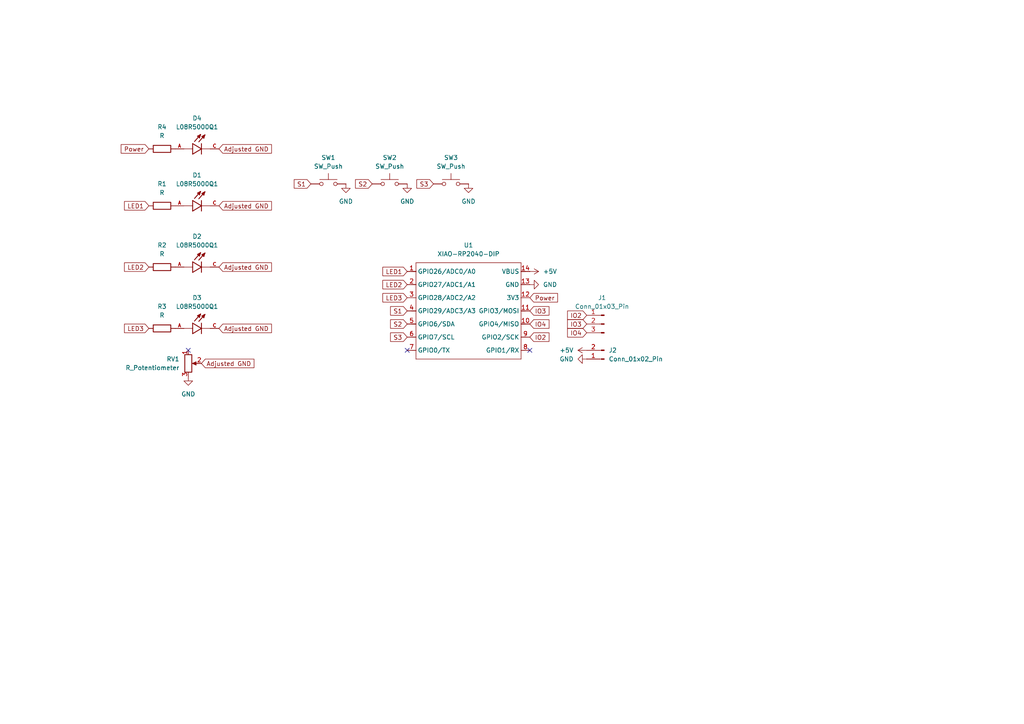
<source format=kicad_sch>
(kicad_sch
	(version 20250114)
	(generator "eeschema")
	(generator_version "9.0")
	(uuid "a50e4db1-0b88-4af6-8120-f0e5d0863483")
	(paper "A4")
	(lib_symbols
		(symbol "Connector:Conn_01x02_Pin"
			(pin_names
				(offset 1.016)
				(hide yes)
			)
			(exclude_from_sim no)
			(in_bom yes)
			(on_board yes)
			(property "Reference" "J"
				(at 0 2.54 0)
				(effects
					(font
						(size 1.27 1.27)
					)
				)
			)
			(property "Value" "Conn_01x02_Pin"
				(at 0 -5.08 0)
				(effects
					(font
						(size 1.27 1.27)
					)
				)
			)
			(property "Footprint" ""
				(at 0 0 0)
				(effects
					(font
						(size 1.27 1.27)
					)
					(hide yes)
				)
			)
			(property "Datasheet" "~"
				(at 0 0 0)
				(effects
					(font
						(size 1.27 1.27)
					)
					(hide yes)
				)
			)
			(property "Description" "Generic connector, single row, 01x02, script generated"
				(at 0 0 0)
				(effects
					(font
						(size 1.27 1.27)
					)
					(hide yes)
				)
			)
			(property "ki_locked" ""
				(at 0 0 0)
				(effects
					(font
						(size 1.27 1.27)
					)
				)
			)
			(property "ki_keywords" "connector"
				(at 0 0 0)
				(effects
					(font
						(size 1.27 1.27)
					)
					(hide yes)
				)
			)
			(property "ki_fp_filters" "Connector*:*_1x??_*"
				(at 0 0 0)
				(effects
					(font
						(size 1.27 1.27)
					)
					(hide yes)
				)
			)
			(symbol "Conn_01x02_Pin_1_1"
				(rectangle
					(start 0.8636 0.127)
					(end 0 -0.127)
					(stroke
						(width 0.1524)
						(type default)
					)
					(fill
						(type outline)
					)
				)
				(rectangle
					(start 0.8636 -2.413)
					(end 0 -2.667)
					(stroke
						(width 0.1524)
						(type default)
					)
					(fill
						(type outline)
					)
				)
				(polyline
					(pts
						(xy 1.27 0) (xy 0.8636 0)
					)
					(stroke
						(width 0.1524)
						(type default)
					)
					(fill
						(type none)
					)
				)
				(polyline
					(pts
						(xy 1.27 -2.54) (xy 0.8636 -2.54)
					)
					(stroke
						(width 0.1524)
						(type default)
					)
					(fill
						(type none)
					)
				)
				(pin passive line
					(at 5.08 0 180)
					(length 3.81)
					(name "Pin_1"
						(effects
							(font
								(size 1.27 1.27)
							)
						)
					)
					(number "1"
						(effects
							(font
								(size 1.27 1.27)
							)
						)
					)
				)
				(pin passive line
					(at 5.08 -2.54 180)
					(length 3.81)
					(name "Pin_2"
						(effects
							(font
								(size 1.27 1.27)
							)
						)
					)
					(number "2"
						(effects
							(font
								(size 1.27 1.27)
							)
						)
					)
				)
			)
			(embedded_fonts no)
		)
		(symbol "Connector:Conn_01x03_Pin"
			(pin_names
				(offset 1.016)
				(hide yes)
			)
			(exclude_from_sim no)
			(in_bom yes)
			(on_board yes)
			(property "Reference" "J"
				(at 0 5.08 0)
				(effects
					(font
						(size 1.27 1.27)
					)
				)
			)
			(property "Value" "Conn_01x03_Pin"
				(at 0 -5.08 0)
				(effects
					(font
						(size 1.27 1.27)
					)
				)
			)
			(property "Footprint" ""
				(at 0 0 0)
				(effects
					(font
						(size 1.27 1.27)
					)
					(hide yes)
				)
			)
			(property "Datasheet" "~"
				(at 0 0 0)
				(effects
					(font
						(size 1.27 1.27)
					)
					(hide yes)
				)
			)
			(property "Description" "Generic connector, single row, 01x03, script generated"
				(at 0 0 0)
				(effects
					(font
						(size 1.27 1.27)
					)
					(hide yes)
				)
			)
			(property "ki_locked" ""
				(at 0 0 0)
				(effects
					(font
						(size 1.27 1.27)
					)
				)
			)
			(property "ki_keywords" "connector"
				(at 0 0 0)
				(effects
					(font
						(size 1.27 1.27)
					)
					(hide yes)
				)
			)
			(property "ki_fp_filters" "Connector*:*_1x??_*"
				(at 0 0 0)
				(effects
					(font
						(size 1.27 1.27)
					)
					(hide yes)
				)
			)
			(symbol "Conn_01x03_Pin_1_1"
				(rectangle
					(start 0.8636 2.667)
					(end 0 2.413)
					(stroke
						(width 0.1524)
						(type default)
					)
					(fill
						(type outline)
					)
				)
				(rectangle
					(start 0.8636 0.127)
					(end 0 -0.127)
					(stroke
						(width 0.1524)
						(type default)
					)
					(fill
						(type outline)
					)
				)
				(rectangle
					(start 0.8636 -2.413)
					(end 0 -2.667)
					(stroke
						(width 0.1524)
						(type default)
					)
					(fill
						(type outline)
					)
				)
				(polyline
					(pts
						(xy 1.27 2.54) (xy 0.8636 2.54)
					)
					(stroke
						(width 0.1524)
						(type default)
					)
					(fill
						(type none)
					)
				)
				(polyline
					(pts
						(xy 1.27 0) (xy 0.8636 0)
					)
					(stroke
						(width 0.1524)
						(type default)
					)
					(fill
						(type none)
					)
				)
				(polyline
					(pts
						(xy 1.27 -2.54) (xy 0.8636 -2.54)
					)
					(stroke
						(width 0.1524)
						(type default)
					)
					(fill
						(type none)
					)
				)
				(pin passive line
					(at 5.08 2.54 180)
					(length 3.81)
					(name "Pin_1"
						(effects
							(font
								(size 1.27 1.27)
							)
						)
					)
					(number "1"
						(effects
							(font
								(size 1.27 1.27)
							)
						)
					)
				)
				(pin passive line
					(at 5.08 0 180)
					(length 3.81)
					(name "Pin_2"
						(effects
							(font
								(size 1.27 1.27)
							)
						)
					)
					(number "2"
						(effects
							(font
								(size 1.27 1.27)
							)
						)
					)
				)
				(pin passive line
					(at 5.08 -2.54 180)
					(length 3.81)
					(name "Pin_3"
						(effects
							(font
								(size 1.27 1.27)
							)
						)
					)
					(number "3"
						(effects
							(font
								(size 1.27 1.27)
							)
						)
					)
				)
			)
			(embedded_fonts no)
		)
		(symbol "Device:R"
			(pin_numbers
				(hide yes)
			)
			(pin_names
				(offset 0)
			)
			(exclude_from_sim no)
			(in_bom yes)
			(on_board yes)
			(property "Reference" "R"
				(at 2.032 0 90)
				(effects
					(font
						(size 1.27 1.27)
					)
				)
			)
			(property "Value" "R"
				(at 0 0 90)
				(effects
					(font
						(size 1.27 1.27)
					)
				)
			)
			(property "Footprint" ""
				(at -1.778 0 90)
				(effects
					(font
						(size 1.27 1.27)
					)
					(hide yes)
				)
			)
			(property "Datasheet" "~"
				(at 0 0 0)
				(effects
					(font
						(size 1.27 1.27)
					)
					(hide yes)
				)
			)
			(property "Description" "Resistor"
				(at 0 0 0)
				(effects
					(font
						(size 1.27 1.27)
					)
					(hide yes)
				)
			)
			(property "ki_keywords" "R res resistor"
				(at 0 0 0)
				(effects
					(font
						(size 1.27 1.27)
					)
					(hide yes)
				)
			)
			(property "ki_fp_filters" "R_*"
				(at 0 0 0)
				(effects
					(font
						(size 1.27 1.27)
					)
					(hide yes)
				)
			)
			(symbol "R_0_1"
				(rectangle
					(start -1.016 -2.54)
					(end 1.016 2.54)
					(stroke
						(width 0.254)
						(type default)
					)
					(fill
						(type none)
					)
				)
			)
			(symbol "R_1_1"
				(pin passive line
					(at 0 3.81 270)
					(length 1.27)
					(name "~"
						(effects
							(font
								(size 1.27 1.27)
							)
						)
					)
					(number "1"
						(effects
							(font
								(size 1.27 1.27)
							)
						)
					)
				)
				(pin passive line
					(at 0 -3.81 90)
					(length 1.27)
					(name "~"
						(effects
							(font
								(size 1.27 1.27)
							)
						)
					)
					(number "2"
						(effects
							(font
								(size 1.27 1.27)
							)
						)
					)
				)
			)
			(embedded_fonts no)
		)
		(symbol "Device:R_Potentiometer"
			(pin_names
				(offset 1.016)
				(hide yes)
			)
			(exclude_from_sim no)
			(in_bom yes)
			(on_board yes)
			(property "Reference" "RV"
				(at -4.445 0 90)
				(effects
					(font
						(size 1.27 1.27)
					)
				)
			)
			(property "Value" "R_Potentiometer"
				(at -2.54 0 90)
				(effects
					(font
						(size 1.27 1.27)
					)
				)
			)
			(property "Footprint" ""
				(at 0 0 0)
				(effects
					(font
						(size 1.27 1.27)
					)
					(hide yes)
				)
			)
			(property "Datasheet" "~"
				(at 0 0 0)
				(effects
					(font
						(size 1.27 1.27)
					)
					(hide yes)
				)
			)
			(property "Description" "Potentiometer"
				(at 0 0 0)
				(effects
					(font
						(size 1.27 1.27)
					)
					(hide yes)
				)
			)
			(property "ki_keywords" "resistor variable"
				(at 0 0 0)
				(effects
					(font
						(size 1.27 1.27)
					)
					(hide yes)
				)
			)
			(property "ki_fp_filters" "Potentiometer*"
				(at 0 0 0)
				(effects
					(font
						(size 1.27 1.27)
					)
					(hide yes)
				)
			)
			(symbol "R_Potentiometer_0_1"
				(rectangle
					(start 1.016 2.54)
					(end -1.016 -2.54)
					(stroke
						(width 0.254)
						(type default)
					)
					(fill
						(type none)
					)
				)
				(polyline
					(pts
						(xy 1.143 0) (xy 2.286 0.508) (xy 2.286 -0.508) (xy 1.143 0)
					)
					(stroke
						(width 0)
						(type default)
					)
					(fill
						(type outline)
					)
				)
				(polyline
					(pts
						(xy 2.54 0) (xy 1.524 0)
					)
					(stroke
						(width 0)
						(type default)
					)
					(fill
						(type none)
					)
				)
			)
			(symbol "R_Potentiometer_1_1"
				(pin passive line
					(at 0 3.81 270)
					(length 1.27)
					(name "1"
						(effects
							(font
								(size 1.27 1.27)
							)
						)
					)
					(number "1"
						(effects
							(font
								(size 1.27 1.27)
							)
						)
					)
				)
				(pin passive line
					(at 0 -3.81 90)
					(length 1.27)
					(name "3"
						(effects
							(font
								(size 1.27 1.27)
							)
						)
					)
					(number "3"
						(effects
							(font
								(size 1.27 1.27)
							)
						)
					)
				)
				(pin passive line
					(at 3.81 0 180)
					(length 1.27)
					(name "2"
						(effects
							(font
								(size 1.27 1.27)
							)
						)
					)
					(number "2"
						(effects
							(font
								(size 1.27 1.27)
							)
						)
					)
				)
			)
			(embedded_fonts no)
		)
		(symbol "L08R5000Q1:L08R5000Q1"
			(pin_names
				(offset 1.016)
			)
			(exclude_from_sim no)
			(in_bom yes)
			(on_board yes)
			(property "Reference" "D"
				(at -3.0988 4.4958 0)
				(effects
					(font
						(size 1.27 1.27)
					)
					(justify left bottom)
				)
			)
			(property "Value" "L08R5000Q1"
				(at -3.556 -3.302 0)
				(effects
					(font
						(size 1.27 1.27)
					)
					(justify left bottom)
				)
			)
			(property "Footprint" "L08R5000Q1:LEDRD254W57D500H1070"
				(at 0 0 0)
				(effects
					(font
						(size 1.27 1.27)
					)
					(justify bottom)
					(hide yes)
				)
			)
			(property "Datasheet" ""
				(at 0 0 0)
				(effects
					(font
						(size 1.27 1.27)
					)
					(hide yes)
				)
			)
			(property "Description" ""
				(at 0 0 0)
				(effects
					(font
						(size 1.27 1.27)
					)
					(hide yes)
				)
			)
			(property "MF" "LED Technology"
				(at 0 0 0)
				(effects
					(font
						(size 1.27 1.27)
					)
					(justify bottom)
					(hide yes)
				)
			)
			(property "MAXIMUM_PACKAGE_HEIGHT" "10.7mm"
				(at 0 0 0)
				(effects
					(font
						(size 1.27 1.27)
					)
					(justify bottom)
					(hide yes)
				)
			)
			(property "Package" "None"
				(at 0 0 0)
				(effects
					(font
						(size 1.27 1.27)
					)
					(justify bottom)
					(hide yes)
				)
			)
			(property "Price" "None"
				(at 0 0 0)
				(effects
					(font
						(size 1.27 1.27)
					)
					(justify bottom)
					(hide yes)
				)
			)
			(property "Check_prices" "https://www.snapeda.com/parts/L08R5000Q1/LED+Technology/view-part/?ref=eda"
				(at 0 0 0)
				(effects
					(font
						(size 1.27 1.27)
					)
					(justify bottom)
					(hide yes)
				)
			)
			(property "STANDARD" "IPC-7351B"
				(at 0 0 0)
				(effects
					(font
						(size 1.27 1.27)
					)
					(justify bottom)
					(hide yes)
				)
			)
			(property "PARTREV" "NA"
				(at 0 0 0)
				(effects
					(font
						(size 1.27 1.27)
					)
					(justify bottom)
					(hide yes)
				)
			)
			(property "SnapEDA_Link" "https://www.snapeda.com/parts/L08R5000Q1/LED+Technology/view-part/?ref=snap"
				(at 0 0 0)
				(effects
					(font
						(size 1.27 1.27)
					)
					(justify bottom)
					(hide yes)
				)
			)
			(property "MP" "L08R5000Q1"
				(at 0 0 0)
				(effects
					(font
						(size 1.27 1.27)
					)
					(justify bottom)
					(hide yes)
				)
			)
			(property "Description_1" "LED, 5MM, ORANGE; LED / Lamp Size: 5mm / T-1 3/4; LED Colour: Orange; Typ Luminous Intensity: 4.3mcd; Viewing Angle: ..."
				(at 0 0 0)
				(effects
					(font
						(size 1.27 1.27)
					)
					(justify bottom)
					(hide yes)
				)
			)
			(property "Availability" "Not in stock"
				(at 0 0 0)
				(effects
					(font
						(size 1.27 1.27)
					)
					(justify bottom)
					(hide yes)
				)
			)
			(property "MANUFACTURER" "LED TECHNOLOGY"
				(at 0 0 0)
				(effects
					(font
						(size 1.27 1.27)
					)
					(justify bottom)
					(hide yes)
				)
			)
			(symbol "L08R5000Q1_0_0"
				(polyline
					(pts
						(xy -2.54 1.524) (xy -2.54 0)
					)
					(stroke
						(width 0.254)
						(type default)
					)
					(fill
						(type none)
					)
				)
				(polyline
					(pts
						(xy -2.54 0) (xy -5.08 0)
					)
					(stroke
						(width 0.1524)
						(type default)
					)
					(fill
						(type none)
					)
				)
				(polyline
					(pts
						(xy -2.54 0) (xy -2.54 -1.524)
					)
					(stroke
						(width 0.254)
						(type default)
					)
					(fill
						(type none)
					)
				)
				(polyline
					(pts
						(xy -2.54 -1.524) (xy 0 0)
					)
					(stroke
						(width 0.254)
						(type default)
					)
					(fill
						(type none)
					)
				)
				(polyline
					(pts
						(xy -1.1176 3.683) (xy -0.2286 4.1656)
					)
					(stroke
						(width 0.254)
						(type default)
					)
					(fill
						(type none)
					)
				)
				(polyline
					(pts
						(xy -0.9398 3.6068) (xy -0.7112 3.7592)
					)
					(stroke
						(width 0.254)
						(type default)
					)
					(fill
						(type none)
					)
				)
				(polyline
					(pts
						(xy -0.5588 3.2004) (xy -1.1176 3.683)
					)
					(stroke
						(width 0.254)
						(type default)
					)
					(fill
						(type none)
					)
				)
				(polyline
					(pts
						(xy -0.5588 3.2004) (xy -0.5334 3.937)
					)
					(stroke
						(width 0.254)
						(type default)
					)
					(fill
						(type none)
					)
				)
				(polyline
					(pts
						(xy -0.5334 3.937) (xy -0.6604 3.937)
					)
					(stroke
						(width 0.254)
						(type default)
					)
					(fill
						(type none)
					)
				)
				(polyline
					(pts
						(xy -0.2286 4.1656) (xy -2.0066 2.1336)
					)
					(stroke
						(width 0.254)
						(type default)
					)
					(fill
						(type none)
					)
				)
				(polyline
					(pts
						(xy -0.2286 4.1656) (xy -0.5588 3.2004)
					)
					(stroke
						(width 0.254)
						(type default)
					)
					(fill
						(type none)
					)
				)
				(polyline
					(pts
						(xy 0 1.524) (xy 0 0)
					)
					(stroke
						(width 0.254)
						(type default)
					)
					(fill
						(type none)
					)
				)
				(polyline
					(pts
						(xy 0 0) (xy -2.54 1.524)
					)
					(stroke
						(width 0.254)
						(type default)
					)
					(fill
						(type none)
					)
				)
				(polyline
					(pts
						(xy 0 0) (xy 0 -1.524)
					)
					(stroke
						(width 0.254)
						(type default)
					)
					(fill
						(type none)
					)
				)
				(polyline
					(pts
						(xy 0.127 3.5814) (xy 1.016 4.064)
					)
					(stroke
						(width 0.254)
						(type default)
					)
					(fill
						(type none)
					)
				)
				(polyline
					(pts
						(xy 0.3048 3.5052) (xy 0.5334 3.6576)
					)
					(stroke
						(width 0.254)
						(type default)
					)
					(fill
						(type none)
					)
				)
				(polyline
					(pts
						(xy 0.6858 3.0988) (xy 0.127 3.5814)
					)
					(stroke
						(width 0.254)
						(type default)
					)
					(fill
						(type none)
					)
				)
				(polyline
					(pts
						(xy 0.6858 3.0988) (xy 0.7112 3.8354)
					)
					(stroke
						(width 0.254)
						(type default)
					)
					(fill
						(type none)
					)
				)
				(polyline
					(pts
						(xy 0.7112 3.8354) (xy 0.5842 3.8354)
					)
					(stroke
						(width 0.254)
						(type default)
					)
					(fill
						(type none)
					)
				)
				(polyline
					(pts
						(xy 1.016 4.064) (xy -0.762 2.032)
					)
					(stroke
						(width 0.254)
						(type default)
					)
					(fill
						(type none)
					)
				)
				(polyline
					(pts
						(xy 1.016 4.064) (xy 0.6858 3.0988)
					)
					(stroke
						(width 0.254)
						(type default)
					)
					(fill
						(type none)
					)
				)
				(polyline
					(pts
						(xy 2.54 0) (xy 0 0)
					)
					(stroke
						(width 0.1524)
						(type default)
					)
					(fill
						(type none)
					)
				)
				(pin passive line
					(at -7.62 0 0)
					(length 2.54)
					(name "~"
						(effects
							(font
								(size 1.016 1.016)
							)
						)
					)
					(number "A"
						(effects
							(font
								(size 1.016 1.016)
							)
						)
					)
				)
				(pin passive line
					(at 5.08 0 180)
					(length 2.54)
					(name "~"
						(effects
							(font
								(size 1.016 1.016)
							)
						)
					)
					(number "C"
						(effects
							(font
								(size 1.016 1.016)
							)
						)
					)
				)
			)
			(embedded_fonts no)
		)
		(symbol "Seeed_Studio_XIAO_Series:XIAO-RP2040-DIP"
			(exclude_from_sim no)
			(in_bom yes)
			(on_board yes)
			(property "Reference" "U"
				(at 0 0 0)
				(effects
					(font
						(size 1.27 1.27)
					)
				)
			)
			(property "Value" "XIAO-RP2040-DIP"
				(at 5.334 -1.778 0)
				(effects
					(font
						(size 1.27 1.27)
					)
				)
			)
			(property "Footprint" "Module:MOUDLE14P-XIAO-DIP-SMD"
				(at 14.478 -32.258 0)
				(effects
					(font
						(size 1.27 1.27)
					)
					(hide yes)
				)
			)
			(property "Datasheet" ""
				(at 0 0 0)
				(effects
					(font
						(size 1.27 1.27)
					)
					(hide yes)
				)
			)
			(property "Description" ""
				(at 0 0 0)
				(effects
					(font
						(size 1.27 1.27)
					)
					(hide yes)
				)
			)
			(symbol "XIAO-RP2040-DIP_1_0"
				(polyline
					(pts
						(xy -1.27 -2.54) (xy 29.21 -2.54)
					)
					(stroke
						(width 0.1524)
						(type solid)
					)
					(fill
						(type none)
					)
				)
				(polyline
					(pts
						(xy -1.27 -5.08) (xy -2.54 -5.08)
					)
					(stroke
						(width 0.1524)
						(type solid)
					)
					(fill
						(type none)
					)
				)
				(polyline
					(pts
						(xy -1.27 -5.08) (xy -1.27 -2.54)
					)
					(stroke
						(width 0.1524)
						(type solid)
					)
					(fill
						(type none)
					)
				)
				(polyline
					(pts
						(xy -1.27 -8.89) (xy -2.54 -8.89)
					)
					(stroke
						(width 0.1524)
						(type solid)
					)
					(fill
						(type none)
					)
				)
				(polyline
					(pts
						(xy -1.27 -8.89) (xy -1.27 -5.08)
					)
					(stroke
						(width 0.1524)
						(type solid)
					)
					(fill
						(type none)
					)
				)
				(polyline
					(pts
						(xy -1.27 -12.7) (xy -2.54 -12.7)
					)
					(stroke
						(width 0.1524)
						(type solid)
					)
					(fill
						(type none)
					)
				)
				(polyline
					(pts
						(xy -1.27 -12.7) (xy -1.27 -8.89)
					)
					(stroke
						(width 0.1524)
						(type solid)
					)
					(fill
						(type none)
					)
				)
				(polyline
					(pts
						(xy -1.27 -16.51) (xy -2.54 -16.51)
					)
					(stroke
						(width 0.1524)
						(type solid)
					)
					(fill
						(type none)
					)
				)
				(polyline
					(pts
						(xy -1.27 -16.51) (xy -1.27 -12.7)
					)
					(stroke
						(width 0.1524)
						(type solid)
					)
					(fill
						(type none)
					)
				)
				(polyline
					(pts
						(xy -1.27 -20.32) (xy -2.54 -20.32)
					)
					(stroke
						(width 0.1524)
						(type solid)
					)
					(fill
						(type none)
					)
				)
				(polyline
					(pts
						(xy -1.27 -24.13) (xy -2.54 -24.13)
					)
					(stroke
						(width 0.1524)
						(type solid)
					)
					(fill
						(type none)
					)
				)
				(polyline
					(pts
						(xy -1.27 -27.94) (xy -2.54 -27.94)
					)
					(stroke
						(width 0.1524)
						(type solid)
					)
					(fill
						(type none)
					)
				)
				(polyline
					(pts
						(xy -1.27 -30.48) (xy -1.27 -16.51)
					)
					(stroke
						(width 0.1524)
						(type solid)
					)
					(fill
						(type none)
					)
				)
				(polyline
					(pts
						(xy 29.21 -2.54) (xy 29.21 -5.08)
					)
					(stroke
						(width 0.1524)
						(type solid)
					)
					(fill
						(type none)
					)
				)
				(polyline
					(pts
						(xy 29.21 -5.08) (xy 29.21 -8.89)
					)
					(stroke
						(width 0.1524)
						(type solid)
					)
					(fill
						(type none)
					)
				)
				(polyline
					(pts
						(xy 29.21 -8.89) (xy 29.21 -12.7)
					)
					(stroke
						(width 0.1524)
						(type solid)
					)
					(fill
						(type none)
					)
				)
				(polyline
					(pts
						(xy 29.21 -12.7) (xy 29.21 -30.48)
					)
					(stroke
						(width 0.1524)
						(type solid)
					)
					(fill
						(type none)
					)
				)
				(polyline
					(pts
						(xy 29.21 -30.48) (xy -1.27 -30.48)
					)
					(stroke
						(width 0.1524)
						(type solid)
					)
					(fill
						(type none)
					)
				)
				(polyline
					(pts
						(xy 30.48 -5.08) (xy 29.21 -5.08)
					)
					(stroke
						(width 0.1524)
						(type solid)
					)
					(fill
						(type none)
					)
				)
				(polyline
					(pts
						(xy 30.48 -8.89) (xy 29.21 -8.89)
					)
					(stroke
						(width 0.1524)
						(type solid)
					)
					(fill
						(type none)
					)
				)
				(polyline
					(pts
						(xy 30.48 -12.7) (xy 29.21 -12.7)
					)
					(stroke
						(width 0.1524)
						(type solid)
					)
					(fill
						(type none)
					)
				)
				(polyline
					(pts
						(xy 30.48 -16.51) (xy 29.21 -16.51)
					)
					(stroke
						(width 0.1524)
						(type solid)
					)
					(fill
						(type none)
					)
				)
				(polyline
					(pts
						(xy 30.48 -20.32) (xy 29.21 -20.32)
					)
					(stroke
						(width 0.1524)
						(type solid)
					)
					(fill
						(type none)
					)
				)
				(polyline
					(pts
						(xy 30.48 -24.13) (xy 29.21 -24.13)
					)
					(stroke
						(width 0.1524)
						(type solid)
					)
					(fill
						(type none)
					)
				)
				(polyline
					(pts
						(xy 30.48 -27.94) (xy 29.21 -27.94)
					)
					(stroke
						(width 0.1524)
						(type solid)
					)
					(fill
						(type none)
					)
				)
				(pin passive line
					(at -3.81 -5.08 0)
					(length 2.54)
					(name "GPIO26/ADC0/A0"
						(effects
							(font
								(size 1.27 1.27)
							)
						)
					)
					(number "1"
						(effects
							(font
								(size 1.27 1.27)
							)
						)
					)
				)
				(pin passive line
					(at -3.81 -8.89 0)
					(length 2.54)
					(name "GPIO27/ADC1/A1"
						(effects
							(font
								(size 1.27 1.27)
							)
						)
					)
					(number "2"
						(effects
							(font
								(size 1.27 1.27)
							)
						)
					)
				)
				(pin passive line
					(at -3.81 -12.7 0)
					(length 2.54)
					(name "GPIO28/ADC2/A2"
						(effects
							(font
								(size 1.27 1.27)
							)
						)
					)
					(number "3"
						(effects
							(font
								(size 1.27 1.27)
							)
						)
					)
				)
				(pin passive line
					(at -3.81 -16.51 0)
					(length 2.54)
					(name "GPIO29/ADC3/A3"
						(effects
							(font
								(size 1.27 1.27)
							)
						)
					)
					(number "4"
						(effects
							(font
								(size 1.27 1.27)
							)
						)
					)
				)
				(pin passive line
					(at -3.81 -20.32 0)
					(length 2.54)
					(name "GPIO6/SDA"
						(effects
							(font
								(size 1.27 1.27)
							)
						)
					)
					(number "5"
						(effects
							(font
								(size 1.27 1.27)
							)
						)
					)
				)
				(pin passive line
					(at -3.81 -24.13 0)
					(length 2.54)
					(name "GPIO7/SCL"
						(effects
							(font
								(size 1.27 1.27)
							)
						)
					)
					(number "6"
						(effects
							(font
								(size 1.27 1.27)
							)
						)
					)
				)
				(pin passive line
					(at -3.81 -27.94 0)
					(length 2.54)
					(name "GPIO0/TX"
						(effects
							(font
								(size 1.27 1.27)
							)
						)
					)
					(number "7"
						(effects
							(font
								(size 1.27 1.27)
							)
						)
					)
				)
				(pin passive line
					(at 31.75 -5.08 180)
					(length 2.54)
					(name "VBUS"
						(effects
							(font
								(size 1.27 1.27)
							)
						)
					)
					(number "14"
						(effects
							(font
								(size 1.27 1.27)
							)
						)
					)
				)
				(pin passive line
					(at 31.75 -8.89 180)
					(length 2.54)
					(name "GND"
						(effects
							(font
								(size 1.27 1.27)
							)
						)
					)
					(number "13"
						(effects
							(font
								(size 1.27 1.27)
							)
						)
					)
				)
				(pin passive line
					(at 31.75 -12.7 180)
					(length 2.54)
					(name "3V3"
						(effects
							(font
								(size 1.27 1.27)
							)
						)
					)
					(number "12"
						(effects
							(font
								(size 1.27 1.27)
							)
						)
					)
				)
				(pin passive line
					(at 31.75 -16.51 180)
					(length 2.54)
					(name "GPIO3/MOSI"
						(effects
							(font
								(size 1.27 1.27)
							)
						)
					)
					(number "11"
						(effects
							(font
								(size 1.27 1.27)
							)
						)
					)
				)
				(pin passive line
					(at 31.75 -20.32 180)
					(length 2.54)
					(name "GPIO4/MISO"
						(effects
							(font
								(size 1.27 1.27)
							)
						)
					)
					(number "10"
						(effects
							(font
								(size 1.27 1.27)
							)
						)
					)
				)
				(pin passive line
					(at 31.75 -24.13 180)
					(length 2.54)
					(name "GPIO2/SCK"
						(effects
							(font
								(size 1.27 1.27)
							)
						)
					)
					(number "9"
						(effects
							(font
								(size 1.27 1.27)
							)
						)
					)
				)
				(pin passive line
					(at 31.75 -27.94 180)
					(length 2.54)
					(name "GPIO1/RX"
						(effects
							(font
								(size 1.27 1.27)
							)
						)
					)
					(number "8"
						(effects
							(font
								(size 1.27 1.27)
							)
						)
					)
				)
			)
			(embedded_fonts no)
		)
		(symbol "Switch:SW_Push"
			(pin_numbers
				(hide yes)
			)
			(pin_names
				(offset 1.016)
				(hide yes)
			)
			(exclude_from_sim no)
			(in_bom yes)
			(on_board yes)
			(property "Reference" "SW"
				(at 1.27 2.54 0)
				(effects
					(font
						(size 1.27 1.27)
					)
					(justify left)
				)
			)
			(property "Value" "SW_Push"
				(at 0 -1.524 0)
				(effects
					(font
						(size 1.27 1.27)
					)
				)
			)
			(property "Footprint" ""
				(at 0 5.08 0)
				(effects
					(font
						(size 1.27 1.27)
					)
					(hide yes)
				)
			)
			(property "Datasheet" "~"
				(at 0 5.08 0)
				(effects
					(font
						(size 1.27 1.27)
					)
					(hide yes)
				)
			)
			(property "Description" "Push button switch, generic, two pins"
				(at 0 0 0)
				(effects
					(font
						(size 1.27 1.27)
					)
					(hide yes)
				)
			)
			(property "ki_keywords" "switch normally-open pushbutton push-button"
				(at 0 0 0)
				(effects
					(font
						(size 1.27 1.27)
					)
					(hide yes)
				)
			)
			(symbol "SW_Push_0_1"
				(circle
					(center -2.032 0)
					(radius 0.508)
					(stroke
						(width 0)
						(type default)
					)
					(fill
						(type none)
					)
				)
				(polyline
					(pts
						(xy 0 1.27) (xy 0 3.048)
					)
					(stroke
						(width 0)
						(type default)
					)
					(fill
						(type none)
					)
				)
				(circle
					(center 2.032 0)
					(radius 0.508)
					(stroke
						(width 0)
						(type default)
					)
					(fill
						(type none)
					)
				)
				(polyline
					(pts
						(xy 2.54 1.27) (xy -2.54 1.27)
					)
					(stroke
						(width 0)
						(type default)
					)
					(fill
						(type none)
					)
				)
				(pin passive line
					(at -5.08 0 0)
					(length 2.54)
					(name "1"
						(effects
							(font
								(size 1.27 1.27)
							)
						)
					)
					(number "1"
						(effects
							(font
								(size 1.27 1.27)
							)
						)
					)
				)
				(pin passive line
					(at 5.08 0 180)
					(length 2.54)
					(name "2"
						(effects
							(font
								(size 1.27 1.27)
							)
						)
					)
					(number "2"
						(effects
							(font
								(size 1.27 1.27)
							)
						)
					)
				)
			)
			(embedded_fonts no)
		)
		(symbol "power:+5V"
			(power)
			(pin_numbers
				(hide yes)
			)
			(pin_names
				(offset 0)
				(hide yes)
			)
			(exclude_from_sim no)
			(in_bom yes)
			(on_board yes)
			(property "Reference" "#PWR"
				(at 0 -3.81 0)
				(effects
					(font
						(size 1.27 1.27)
					)
					(hide yes)
				)
			)
			(property "Value" "+5V"
				(at 0 3.556 0)
				(effects
					(font
						(size 1.27 1.27)
					)
				)
			)
			(property "Footprint" ""
				(at 0 0 0)
				(effects
					(font
						(size 1.27 1.27)
					)
					(hide yes)
				)
			)
			(property "Datasheet" ""
				(at 0 0 0)
				(effects
					(font
						(size 1.27 1.27)
					)
					(hide yes)
				)
			)
			(property "Description" "Power symbol creates a global label with name \"+5V\""
				(at 0 0 0)
				(effects
					(font
						(size 1.27 1.27)
					)
					(hide yes)
				)
			)
			(property "ki_keywords" "global power"
				(at 0 0 0)
				(effects
					(font
						(size 1.27 1.27)
					)
					(hide yes)
				)
			)
			(symbol "+5V_0_1"
				(polyline
					(pts
						(xy -0.762 1.27) (xy 0 2.54)
					)
					(stroke
						(width 0)
						(type default)
					)
					(fill
						(type none)
					)
				)
				(polyline
					(pts
						(xy 0 2.54) (xy 0.762 1.27)
					)
					(stroke
						(width 0)
						(type default)
					)
					(fill
						(type none)
					)
				)
				(polyline
					(pts
						(xy 0 0) (xy 0 2.54)
					)
					(stroke
						(width 0)
						(type default)
					)
					(fill
						(type none)
					)
				)
			)
			(symbol "+5V_1_1"
				(pin power_in line
					(at 0 0 90)
					(length 0)
					(name "~"
						(effects
							(font
								(size 1.27 1.27)
							)
						)
					)
					(number "1"
						(effects
							(font
								(size 1.27 1.27)
							)
						)
					)
				)
			)
			(embedded_fonts no)
		)
		(symbol "power:GND"
			(power)
			(pin_numbers
				(hide yes)
			)
			(pin_names
				(offset 0)
				(hide yes)
			)
			(exclude_from_sim no)
			(in_bom yes)
			(on_board yes)
			(property "Reference" "#PWR"
				(at 0 -6.35 0)
				(effects
					(font
						(size 1.27 1.27)
					)
					(hide yes)
				)
			)
			(property "Value" "GND"
				(at 0 -3.81 0)
				(effects
					(font
						(size 1.27 1.27)
					)
				)
			)
			(property "Footprint" ""
				(at 0 0 0)
				(effects
					(font
						(size 1.27 1.27)
					)
					(hide yes)
				)
			)
			(property "Datasheet" ""
				(at 0 0 0)
				(effects
					(font
						(size 1.27 1.27)
					)
					(hide yes)
				)
			)
			(property "Description" "Power symbol creates a global label with name \"GND\" , ground"
				(at 0 0 0)
				(effects
					(font
						(size 1.27 1.27)
					)
					(hide yes)
				)
			)
			(property "ki_keywords" "global power"
				(at 0 0 0)
				(effects
					(font
						(size 1.27 1.27)
					)
					(hide yes)
				)
			)
			(symbol "GND_0_1"
				(polyline
					(pts
						(xy 0 0) (xy 0 -1.27) (xy 1.27 -1.27) (xy 0 -2.54) (xy -1.27 -1.27) (xy 0 -1.27)
					)
					(stroke
						(width 0)
						(type default)
					)
					(fill
						(type none)
					)
				)
			)
			(symbol "GND_1_1"
				(pin power_in line
					(at 0 0 270)
					(length 0)
					(name "~"
						(effects
							(font
								(size 1.27 1.27)
							)
						)
					)
					(number "1"
						(effects
							(font
								(size 1.27 1.27)
							)
						)
					)
				)
			)
			(embedded_fonts no)
		)
	)
	(no_connect
		(at 118.11 101.6)
		(uuid "1e2fb912-c7a2-4cda-a7e7-a36839ff65d8")
	)
	(no_connect
		(at 54.61 101.6)
		(uuid "74185d89-6683-413f-8d68-5b982567ced2")
	)
	(no_connect
		(at 153.67 101.6)
		(uuid "f4218762-ea69-4dcc-990a-dfa7f7dbedd7")
	)
	(global_label "S1"
		(shape input)
		(at 90.17 53.34 180)
		(fields_autoplaced yes)
		(effects
			(font
				(size 1.27 1.27)
			)
			(justify right)
		)
		(uuid "01a8fe86-0247-4405-a60b-f152e30e0d52")
		(property "Intersheetrefs" "${INTERSHEET_REFS}"
			(at 84.7658 53.34 0)
			(effects
				(font
					(size 1.27 1.27)
				)
				(justify right)
				(hide yes)
			)
		)
	)
	(global_label "S2"
		(shape input)
		(at 118.11 93.98 180)
		(fields_autoplaced yes)
		(effects
			(font
				(size 1.27 1.27)
			)
			(justify right)
		)
		(uuid "01c623a6-d840-4a63-bb1e-3d3eabeef1d6")
		(property "Intersheetrefs" "${INTERSHEET_REFS}"
			(at 112.7058 93.98 0)
			(effects
				(font
					(size 1.27 1.27)
				)
				(justify right)
				(hide yes)
			)
		)
	)
	(global_label "S1"
		(shape input)
		(at 118.11 90.17 180)
		(fields_autoplaced yes)
		(effects
			(font
				(size 1.27 1.27)
			)
			(justify right)
		)
		(uuid "04672682-b481-419a-9f1b-74ec4b422b4a")
		(property "Intersheetrefs" "${INTERSHEET_REFS}"
			(at 112.7058 90.17 0)
			(effects
				(font
					(size 1.27 1.27)
				)
				(justify right)
				(hide yes)
			)
		)
	)
	(global_label "IO4"
		(shape input)
		(at 153.67 93.98 0)
		(fields_autoplaced yes)
		(effects
			(font
				(size 1.27 1.27)
			)
			(justify left)
		)
		(uuid "09c2833f-384a-4848-84c1-4bcac53d1ef0")
		(property "Intersheetrefs" "${INTERSHEET_REFS}"
			(at 159.8 93.98 0)
			(effects
				(font
					(size 1.27 1.27)
				)
				(justify left)
				(hide yes)
			)
		)
	)
	(global_label "IO4"
		(shape input)
		(at 170.18 96.52 180)
		(fields_autoplaced yes)
		(effects
			(font
				(size 1.27 1.27)
			)
			(justify right)
		)
		(uuid "09e28d49-33fa-4e39-91f7-40089073efb5")
		(property "Intersheetrefs" "${INTERSHEET_REFS}"
			(at 164.05 96.52 0)
			(effects
				(font
					(size 1.27 1.27)
				)
				(justify right)
				(hide yes)
			)
		)
	)
	(global_label "IO2"
		(shape input)
		(at 153.67 97.79 0)
		(fields_autoplaced yes)
		(effects
			(font
				(size 1.27 1.27)
			)
			(justify left)
		)
		(uuid "19043bfe-9ef7-404c-84af-f022700766b8")
		(property "Intersheetrefs" "${INTERSHEET_REFS}"
			(at 159.8 97.79 0)
			(effects
				(font
					(size 1.27 1.27)
				)
				(justify left)
				(hide yes)
			)
		)
	)
	(global_label "Power"
		(shape input)
		(at 153.67 86.36 0)
		(fields_autoplaced yes)
		(effects
			(font
				(size 1.27 1.27)
			)
			(justify left)
		)
		(uuid "19dc69d9-2c18-4eb9-8ff1-c12289d92dd5")
		(property "Intersheetrefs" "${INTERSHEET_REFS}"
			(at 162.2795 86.36 0)
			(effects
				(font
					(size 1.27 1.27)
				)
				(justify left)
				(hide yes)
			)
		)
	)
	(global_label "S3"
		(shape input)
		(at 125.73 53.34 180)
		(fields_autoplaced yes)
		(effects
			(font
				(size 1.27 1.27)
			)
			(justify right)
		)
		(uuid "1c350e5a-3f2f-4894-9e7e-2ca1e5aa20b6")
		(property "Intersheetrefs" "${INTERSHEET_REFS}"
			(at 120.3258 53.34 0)
			(effects
				(font
					(size 1.27 1.27)
				)
				(justify right)
				(hide yes)
			)
		)
	)
	(global_label "LED1"
		(shape input)
		(at 43.18 59.69 180)
		(fields_autoplaced yes)
		(effects
			(font
				(size 1.27 1.27)
			)
			(justify right)
		)
		(uuid "26759e32-7e09-4f5a-bfc3-be076d82ef7b")
		(property "Intersheetrefs" "${INTERSHEET_REFS}"
			(at 35.5382 59.69 0)
			(effects
				(font
					(size 1.27 1.27)
				)
				(justify right)
				(hide yes)
			)
		)
	)
	(global_label "Adjusted GND"
		(shape input)
		(at 63.5 59.69 0)
		(fields_autoplaced yes)
		(effects
			(font
				(size 1.27 1.27)
			)
			(justify left)
		)
		(uuid "39f09f8b-5b1d-4503-bb75-66ffd2235938")
		(property "Intersheetrefs" "${INTERSHEET_REFS}"
			(at 79.3061 59.69 0)
			(effects
				(font
					(size 1.27 1.27)
				)
				(justify left)
				(hide yes)
			)
		)
	)
	(global_label "S2"
		(shape input)
		(at 107.95 53.34 180)
		(fields_autoplaced yes)
		(effects
			(font
				(size 1.27 1.27)
			)
			(justify right)
		)
		(uuid "5fc00110-ca0c-4291-b735-e1cf91f77a6a")
		(property "Intersheetrefs" "${INTERSHEET_REFS}"
			(at 102.5458 53.34 0)
			(effects
				(font
					(size 1.27 1.27)
				)
				(justify right)
				(hide yes)
			)
		)
	)
	(global_label "IO3"
		(shape input)
		(at 153.67 90.17 0)
		(fields_autoplaced yes)
		(effects
			(font
				(size 1.27 1.27)
			)
			(justify left)
		)
		(uuid "6335960c-60e8-43f8-8d9c-40b7d0e85dba")
		(property "Intersheetrefs" "${INTERSHEET_REFS}"
			(at 159.8 90.17 0)
			(effects
				(font
					(size 1.27 1.27)
				)
				(justify left)
				(hide yes)
			)
		)
	)
	(global_label "S3"
		(shape input)
		(at 118.11 97.79 180)
		(fields_autoplaced yes)
		(effects
			(font
				(size 1.27 1.27)
			)
			(justify right)
		)
		(uuid "6e968fd3-1ac5-471b-a3e4-d3eff00da8ad")
		(property "Intersheetrefs" "${INTERSHEET_REFS}"
			(at 112.7058 97.79 0)
			(effects
				(font
					(size 1.27 1.27)
				)
				(justify right)
				(hide yes)
			)
		)
	)
	(global_label "Adjusted GND"
		(shape input)
		(at 63.5 77.47 0)
		(fields_autoplaced yes)
		(effects
			(font
				(size 1.27 1.27)
			)
			(justify left)
		)
		(uuid "730d32e1-8ffd-4291-8e2d-06a9a67717c8")
		(property "Intersheetrefs" "${INTERSHEET_REFS}"
			(at 79.3061 77.47 0)
			(effects
				(font
					(size 1.27 1.27)
				)
				(justify left)
				(hide yes)
			)
		)
	)
	(global_label "Adjusted GND"
		(shape input)
		(at 63.5 95.25 0)
		(fields_autoplaced yes)
		(effects
			(font
				(size 1.27 1.27)
			)
			(justify left)
		)
		(uuid "7df2da97-a4d2-45c7-843f-c03ea3ca5384")
		(property "Intersheetrefs" "${INTERSHEET_REFS}"
			(at 79.3061 95.25 0)
			(effects
				(font
					(size 1.27 1.27)
				)
				(justify left)
				(hide yes)
			)
		)
	)
	(global_label "Adjusted GND"
		(shape input)
		(at 58.42 105.41 0)
		(fields_autoplaced yes)
		(effects
			(font
				(size 1.27 1.27)
			)
			(justify left)
		)
		(uuid "895d20ed-7329-48e9-8637-a564d3312f93")
		(property "Intersheetrefs" "${INTERSHEET_REFS}"
			(at 74.2261 105.41 0)
			(effects
				(font
					(size 1.27 1.27)
				)
				(justify left)
				(hide yes)
			)
		)
	)
	(global_label "IO2"
		(shape input)
		(at 170.18 91.44 180)
		(fields_autoplaced yes)
		(effects
			(font
				(size 1.27 1.27)
			)
			(justify right)
		)
		(uuid "a187df91-4db8-4d20-83b2-dfcd272d2784")
		(property "Intersheetrefs" "${INTERSHEET_REFS}"
			(at 164.05 91.44 0)
			(effects
				(font
					(size 1.27 1.27)
				)
				(justify right)
				(hide yes)
			)
		)
	)
	(global_label "IO3"
		(shape input)
		(at 170.18 93.98 180)
		(fields_autoplaced yes)
		(effects
			(font
				(size 1.27 1.27)
			)
			(justify right)
		)
		(uuid "aacfbbc0-4fae-4b6e-b50d-2251d3983005")
		(property "Intersheetrefs" "${INTERSHEET_REFS}"
			(at 164.05 93.98 0)
			(effects
				(font
					(size 1.27 1.27)
				)
				(justify right)
				(hide yes)
			)
		)
	)
	(global_label "Power"
		(shape input)
		(at 43.18 43.18 180)
		(fields_autoplaced yes)
		(effects
			(font
				(size 1.27 1.27)
			)
			(justify right)
		)
		(uuid "b3ffaa8f-3799-4315-bd94-323e6a1c0036")
		(property "Intersheetrefs" "${INTERSHEET_REFS}"
			(at 34.5705 43.18 0)
			(effects
				(font
					(size 1.27 1.27)
				)
				(justify right)
				(hide yes)
			)
		)
	)
	(global_label "LED2"
		(shape input)
		(at 43.18 77.47 180)
		(fields_autoplaced yes)
		(effects
			(font
				(size 1.27 1.27)
			)
			(justify right)
		)
		(uuid "b7a5aff4-4a88-46af-b8e4-bdb12668eace")
		(property "Intersheetrefs" "${INTERSHEET_REFS}"
			(at 35.5382 77.47 0)
			(effects
				(font
					(size 1.27 1.27)
				)
				(justify right)
				(hide yes)
			)
		)
	)
	(global_label "Adjusted GND"
		(shape input)
		(at 63.5 43.18 0)
		(fields_autoplaced yes)
		(effects
			(font
				(size 1.27 1.27)
			)
			(justify left)
		)
		(uuid "b97b5a7e-f096-4b06-8171-41d47e199b9d")
		(property "Intersheetrefs" "${INTERSHEET_REFS}"
			(at 79.3061 43.18 0)
			(effects
				(font
					(size 1.27 1.27)
				)
				(justify left)
				(hide yes)
			)
		)
	)
	(global_label "LED1"
		(shape input)
		(at 118.11 78.74 180)
		(fields_autoplaced yes)
		(effects
			(font
				(size 1.27 1.27)
			)
			(justify right)
		)
		(uuid "c80c07f8-c813-4080-a186-c061bf17d730")
		(property "Intersheetrefs" "${INTERSHEET_REFS}"
			(at 110.4682 78.74 0)
			(effects
				(font
					(size 1.27 1.27)
				)
				(justify right)
				(hide yes)
			)
		)
	)
	(global_label "LED2"
		(shape input)
		(at 118.11 82.55 180)
		(fields_autoplaced yes)
		(effects
			(font
				(size 1.27 1.27)
			)
			(justify right)
		)
		(uuid "e1b277f4-06d4-4117-a03e-bbb5c3336ca2")
		(property "Intersheetrefs" "${INTERSHEET_REFS}"
			(at 110.4682 82.55 0)
			(effects
				(font
					(size 1.27 1.27)
				)
				(justify right)
				(hide yes)
			)
		)
	)
	(global_label "LED3"
		(shape input)
		(at 118.11 86.36 180)
		(fields_autoplaced yes)
		(effects
			(font
				(size 1.27 1.27)
			)
			(justify right)
		)
		(uuid "f571dbd8-8e0e-484e-ac56-94adc26c72e7")
		(property "Intersheetrefs" "${INTERSHEET_REFS}"
			(at 110.4682 86.36 0)
			(effects
				(font
					(size 1.27 1.27)
				)
				(justify right)
				(hide yes)
			)
		)
	)
	(global_label "LED3"
		(shape input)
		(at 43.18 95.25 180)
		(fields_autoplaced yes)
		(effects
			(font
				(size 1.27 1.27)
			)
			(justify right)
		)
		(uuid "fa35648b-83f6-4aa2-a520-258c4fa477c2")
		(property "Intersheetrefs" "${INTERSHEET_REFS}"
			(at 35.5382 95.25 0)
			(effects
				(font
					(size 1.27 1.27)
				)
				(justify right)
				(hide yes)
			)
		)
	)
	(symbol
		(lib_id "L08R5000Q1:L08R5000Q1")
		(at 58.42 43.18 0)
		(unit 1)
		(exclude_from_sim no)
		(in_bom yes)
		(on_board yes)
		(dnp no)
		(fields_autoplaced yes)
		(uuid "06c05cc5-f2a0-42ed-b695-46e956201578")
		(property "Reference" "D4"
			(at 57.15 34.29 0)
			(effects
				(font
					(size 1.27 1.27)
				)
			)
		)
		(property "Value" "L08R5000Q1"
			(at 57.15 36.83 0)
			(effects
				(font
					(size 1.27 1.27)
				)
			)
		)
		(property "Footprint" "footprints:LEDRD254W57D500H1070"
			(at 58.42 43.18 0)
			(effects
				(font
					(size 1.27 1.27)
				)
				(justify bottom)
				(hide yes)
			)
		)
		(property "Datasheet" ""
			(at 58.42 43.18 0)
			(effects
				(font
					(size 1.27 1.27)
				)
				(hide yes)
			)
		)
		(property "Description" ""
			(at 58.42 43.18 0)
			(effects
				(font
					(size 1.27 1.27)
				)
				(hide yes)
			)
		)
		(property "MF" "LED Technology"
			(at 58.42 43.18 0)
			(effects
				(font
					(size 1.27 1.27)
				)
				(justify bottom)
				(hide yes)
			)
		)
		(property "MAXIMUM_PACKAGE_HEIGHT" "10.7mm"
			(at 58.42 43.18 0)
			(effects
				(font
					(size 1.27 1.27)
				)
				(justify bottom)
				(hide yes)
			)
		)
		(property "Package" "None"
			(at 58.42 43.18 0)
			(effects
				(font
					(size 1.27 1.27)
				)
				(justify bottom)
				(hide yes)
			)
		)
		(property "Price" "None"
			(at 58.42 43.18 0)
			(effects
				(font
					(size 1.27 1.27)
				)
				(justify bottom)
				(hide yes)
			)
		)
		(property "Check_prices" "https://www.snapeda.com/parts/L08R5000Q1/LED+Technology/view-part/?ref=eda"
			(at 58.42 43.18 0)
			(effects
				(font
					(size 1.27 1.27)
				)
				(justify bottom)
				(hide yes)
			)
		)
		(property "STANDARD" "IPC-7351B"
			(at 58.42 43.18 0)
			(effects
				(font
					(size 1.27 1.27)
				)
				(justify bottom)
				(hide yes)
			)
		)
		(property "PARTREV" "NA"
			(at 58.42 43.18 0)
			(effects
				(font
					(size 1.27 1.27)
				)
				(justify bottom)
				(hide yes)
			)
		)
		(property "SnapEDA_Link" "https://www.snapeda.com/parts/L08R5000Q1/LED+Technology/view-part/?ref=snap"
			(at 58.42 43.18 0)
			(effects
				(font
					(size 1.27 1.27)
				)
				(justify bottom)
				(hide yes)
			)
		)
		(property "MP" "L08R5000Q1"
			(at 58.42 43.18 0)
			(effects
				(font
					(size 1.27 1.27)
				)
				(justify bottom)
				(hide yes)
			)
		)
		(property "Description_1" "LED, 5MM, ORANGE; LED / Lamp Size: 5mm / T-1 3/4; LED Colour: Orange; Typ Luminous Intensity: 4.3mcd; Viewing Angle: ..."
			(at 58.42 43.18 0)
			(effects
				(font
					(size 1.27 1.27)
				)
				(justify bottom)
				(hide yes)
			)
		)
		(property "Availability" "Not in stock"
			(at 58.42 43.18 0)
			(effects
				(font
					(size 1.27 1.27)
				)
				(justify bottom)
				(hide yes)
			)
		)
		(property "MANUFACTURER" "LED TECHNOLOGY"
			(at 58.42 43.18 0)
			(effects
				(font
					(size 1.27 1.27)
				)
				(justify bottom)
				(hide yes)
			)
		)
		(pin "C"
			(uuid "8eb237dd-8f03-4ceb-b18e-e39169d2f1e4")
		)
		(pin "A"
			(uuid "1a4b99a1-01aa-40af-8068-1bf00d0024ca")
		)
		(instances
			(project "macropad"
				(path "/a50e4db1-0b88-4af6-8120-f0e5d0863483"
					(reference "D4")
					(unit 1)
				)
			)
		)
	)
	(symbol
		(lib_id "Device:R")
		(at 46.99 59.69 90)
		(unit 1)
		(exclude_from_sim no)
		(in_bom yes)
		(on_board yes)
		(dnp no)
		(fields_autoplaced yes)
		(uuid "1e243c4c-aa14-428d-a042-099bc2cbe6cf")
		(property "Reference" "R1"
			(at 46.99 53.34 90)
			(effects
				(font
					(size 1.27 1.27)
				)
			)
		)
		(property "Value" "R"
			(at 46.99 55.88 90)
			(effects
				(font
					(size 1.27 1.27)
				)
			)
		)
		(property "Footprint" "Resistor_THT:R_Axial_DIN0204_L3.6mm_D1.6mm_P5.08mm_Horizontal"
			(at 46.99 61.468 90)
			(effects
				(font
					(size 1.27 1.27)
				)
				(hide yes)
			)
		)
		(property "Datasheet" "~"
			(at 46.99 59.69 0)
			(effects
				(font
					(size 1.27 1.27)
				)
				(hide yes)
			)
		)
		(property "Description" "Resistor"
			(at 46.99 59.69 0)
			(effects
				(font
					(size 1.27 1.27)
				)
				(hide yes)
			)
		)
		(pin "1"
			(uuid "e5564685-68ad-47dc-bf91-8481310b6f2b")
		)
		(pin "2"
			(uuid "1bf625d6-a39b-49aa-89eb-e6cf917a8ca5")
		)
		(instances
			(project ""
				(path "/a50e4db1-0b88-4af6-8120-f0e5d0863483"
					(reference "R1")
					(unit 1)
				)
			)
		)
	)
	(symbol
		(lib_id "Switch:SW_Push")
		(at 130.81 53.34 0)
		(unit 1)
		(exclude_from_sim no)
		(in_bom yes)
		(on_board yes)
		(dnp no)
		(fields_autoplaced yes)
		(uuid "201f5573-e8c3-46a1-97ca-f34bc2045c03")
		(property "Reference" "SW3"
			(at 130.81 45.72 0)
			(effects
				(font
					(size 1.27 1.27)
				)
			)
		)
		(property "Value" "SW_Push"
			(at 130.81 48.26 0)
			(effects
				(font
					(size 1.27 1.27)
				)
			)
		)
		(property "Footprint" "Button_Switch_Keyboard:SW_Cherry_MX_1.00u_PCB"
			(at 130.81 48.26 0)
			(effects
				(font
					(size 1.27 1.27)
				)
				(hide yes)
			)
		)
		(property "Datasheet" "~"
			(at 130.81 48.26 0)
			(effects
				(font
					(size 1.27 1.27)
				)
				(hide yes)
			)
		)
		(property "Description" "Push button switch, generic, two pins"
			(at 130.81 53.34 0)
			(effects
				(font
					(size 1.27 1.27)
				)
				(hide yes)
			)
		)
		(pin "1"
			(uuid "efa2ac0d-b9c7-4b71-b58c-6a867c7c511b")
		)
		(pin "2"
			(uuid "7de24033-af47-41a5-842f-c825c1c8deaf")
		)
		(instances
			(project "macropad"
				(path "/a50e4db1-0b88-4af6-8120-f0e5d0863483"
					(reference "SW3")
					(unit 1)
				)
			)
		)
	)
	(symbol
		(lib_id "L08R5000Q1:L08R5000Q1")
		(at 58.42 95.25 0)
		(unit 1)
		(exclude_from_sim no)
		(in_bom yes)
		(on_board yes)
		(dnp no)
		(fields_autoplaced yes)
		(uuid "2c3691e2-be02-462f-8dae-3448fa9010fb")
		(property "Reference" "D3"
			(at 57.15 86.36 0)
			(effects
				(font
					(size 1.27 1.27)
				)
			)
		)
		(property "Value" "L08R5000Q1"
			(at 57.15 88.9 0)
			(effects
				(font
					(size 1.27 1.27)
				)
			)
		)
		(property "Footprint" "footprints:LEDRD254W57D500H1070"
			(at 58.42 95.25 0)
			(effects
				(font
					(size 1.27 1.27)
				)
				(justify bottom)
				(hide yes)
			)
		)
		(property "Datasheet" ""
			(at 58.42 95.25 0)
			(effects
				(font
					(size 1.27 1.27)
				)
				(hide yes)
			)
		)
		(property "Description" ""
			(at 58.42 95.25 0)
			(effects
				(font
					(size 1.27 1.27)
				)
				(hide yes)
			)
		)
		(property "MF" "LED Technology"
			(at 58.42 95.25 0)
			(effects
				(font
					(size 1.27 1.27)
				)
				(justify bottom)
				(hide yes)
			)
		)
		(property "MAXIMUM_PACKAGE_HEIGHT" "10.7mm"
			(at 58.42 95.25 0)
			(effects
				(font
					(size 1.27 1.27)
				)
				(justify bottom)
				(hide yes)
			)
		)
		(property "Package" "None"
			(at 58.42 95.25 0)
			(effects
				(font
					(size 1.27 1.27)
				)
				(justify bottom)
				(hide yes)
			)
		)
		(property "Price" "None"
			(at 58.42 95.25 0)
			(effects
				(font
					(size 1.27 1.27)
				)
				(justify bottom)
				(hide yes)
			)
		)
		(property "Check_prices" "https://www.snapeda.com/parts/L08R5000Q1/LED+Technology/view-part/?ref=eda"
			(at 58.42 95.25 0)
			(effects
				(font
					(size 1.27 1.27)
				)
				(justify bottom)
				(hide yes)
			)
		)
		(property "STANDARD" "IPC-7351B"
			(at 58.42 95.25 0)
			(effects
				(font
					(size 1.27 1.27)
				)
				(justify bottom)
				(hide yes)
			)
		)
		(property "PARTREV" "NA"
			(at 58.42 95.25 0)
			(effects
				(font
					(size 1.27 1.27)
				)
				(justify bottom)
				(hide yes)
			)
		)
		(property "SnapEDA_Link" "https://www.snapeda.com/parts/L08R5000Q1/LED+Technology/view-part/?ref=snap"
			(at 58.42 95.25 0)
			(effects
				(font
					(size 1.27 1.27)
				)
				(justify bottom)
				(hide yes)
			)
		)
		(property "MP" "L08R5000Q1"
			(at 58.42 95.25 0)
			(effects
				(font
					(size 1.27 1.27)
				)
				(justify bottom)
				(hide yes)
			)
		)
		(property "Description_1" "LED, 5MM, ORANGE; LED / Lamp Size: 5mm / T-1 3/4; LED Colour: Orange; Typ Luminous Intensity: 4.3mcd; Viewing Angle: ..."
			(at 58.42 95.25 0)
			(effects
				(font
					(size 1.27 1.27)
				)
				(justify bottom)
				(hide yes)
			)
		)
		(property "Availability" "Not in stock"
			(at 58.42 95.25 0)
			(effects
				(font
					(size 1.27 1.27)
				)
				(justify bottom)
				(hide yes)
			)
		)
		(property "MANUFACTURER" "LED TECHNOLOGY"
			(at 58.42 95.25 0)
			(effects
				(font
					(size 1.27 1.27)
				)
				(justify bottom)
				(hide yes)
			)
		)
		(pin "C"
			(uuid "e25f4d1f-6aa8-43f1-8050-eac335693ad3")
		)
		(pin "A"
			(uuid "ed98333d-6a9a-49f0-9a80-09bcf93d7bf4")
		)
		(instances
			(project "macropad"
				(path "/a50e4db1-0b88-4af6-8120-f0e5d0863483"
					(reference "D3")
					(unit 1)
				)
			)
		)
	)
	(symbol
		(lib_id "Connector:Conn_01x02_Pin")
		(at 175.26 104.14 180)
		(unit 1)
		(exclude_from_sim no)
		(in_bom yes)
		(on_board yes)
		(dnp no)
		(fields_autoplaced yes)
		(uuid "2e20197c-c2ca-4bfa-aa8e-4c0d9cdaf35e")
		(property "Reference" "J2"
			(at 176.53 101.5999 0)
			(effects
				(font
					(size 1.27 1.27)
				)
				(justify right)
			)
		)
		(property "Value" "Conn_01x02_Pin"
			(at 176.53 104.1399 0)
			(effects
				(font
					(size 1.27 1.27)
				)
				(justify right)
			)
		)
		(property "Footprint" "Connector_PinHeader_2.54mm:PinHeader_1x02_P2.54mm_Vertical"
			(at 175.26 104.14 0)
			(effects
				(font
					(size 1.27 1.27)
				)
				(hide yes)
			)
		)
		(property "Datasheet" "~"
			(at 175.26 104.14 0)
			(effects
				(font
					(size 1.27 1.27)
				)
				(hide yes)
			)
		)
		(property "Description" "Generic connector, single row, 01x02, script generated"
			(at 175.26 104.14 0)
			(effects
				(font
					(size 1.27 1.27)
				)
				(hide yes)
			)
		)
		(pin "1"
			(uuid "0c002d5f-e94f-44b8-aa06-f0c05df3828e")
		)
		(pin "2"
			(uuid "1fab6924-f187-41e6-a23c-bf6ff6c06711")
		)
		(instances
			(project ""
				(path "/a50e4db1-0b88-4af6-8120-f0e5d0863483"
					(reference "J2")
					(unit 1)
				)
			)
		)
	)
	(symbol
		(lib_id "Device:R_Potentiometer")
		(at 54.61 105.41 0)
		(unit 1)
		(exclude_from_sim no)
		(in_bom yes)
		(on_board yes)
		(dnp no)
		(fields_autoplaced yes)
		(uuid "340081ff-a4da-4342-9804-043fb35177a8")
		(property "Reference" "RV1"
			(at 52.07 104.1399 0)
			(effects
				(font
					(size 1.27 1.27)
				)
				(justify right)
			)
		)
		(property "Value" "R_Potentiometer"
			(at 52.07 106.6799 0)
			(effects
				(font
					(size 1.27 1.27)
				)
				(justify right)
			)
		)
		(property "Footprint" "Potentiometer_THT:Potentiometer_Vishay_T73YP_Vertical"
			(at 54.61 105.41 0)
			(effects
				(font
					(size 1.27 1.27)
				)
				(hide yes)
			)
		)
		(property "Datasheet" "~"
			(at 54.61 105.41 0)
			(effects
				(font
					(size 1.27 1.27)
				)
				(hide yes)
			)
		)
		(property "Description" "Potentiometer"
			(at 54.61 105.41 0)
			(effects
				(font
					(size 1.27 1.27)
				)
				(hide yes)
			)
		)
		(pin "3"
			(uuid "c84b8a32-d799-442a-8e02-41fbe11f96ee")
		)
		(pin "2"
			(uuid "94a4de9b-393e-4178-b782-e9ee62fac95b")
		)
		(pin "1"
			(uuid "4960a3b5-c0a8-4277-b396-f4df267d4456")
		)
		(instances
			(project ""
				(path "/a50e4db1-0b88-4af6-8120-f0e5d0863483"
					(reference "RV1")
					(unit 1)
				)
			)
		)
	)
	(symbol
		(lib_id "L08R5000Q1:L08R5000Q1")
		(at 58.42 59.69 0)
		(unit 1)
		(exclude_from_sim no)
		(in_bom yes)
		(on_board yes)
		(dnp no)
		(fields_autoplaced yes)
		(uuid "40f38373-1f9f-474e-a7c2-6cc096499b1c")
		(property "Reference" "D1"
			(at 57.15 50.8 0)
			(effects
				(font
					(size 1.27 1.27)
				)
			)
		)
		(property "Value" "L08R5000Q1"
			(at 57.15 53.34 0)
			(effects
				(font
					(size 1.27 1.27)
				)
			)
		)
		(property "Footprint" "footprints:LEDRD254W57D500H1070"
			(at 58.42 59.69 0)
			(effects
				(font
					(size 1.27 1.27)
				)
				(justify bottom)
				(hide yes)
			)
		)
		(property "Datasheet" ""
			(at 58.42 59.69 0)
			(effects
				(font
					(size 1.27 1.27)
				)
				(hide yes)
			)
		)
		(property "Description" ""
			(at 58.42 59.69 0)
			(effects
				(font
					(size 1.27 1.27)
				)
				(hide yes)
			)
		)
		(property "MF" "LED Technology"
			(at 58.42 59.69 0)
			(effects
				(font
					(size 1.27 1.27)
				)
				(justify bottom)
				(hide yes)
			)
		)
		(property "MAXIMUM_PACKAGE_HEIGHT" "10.7mm"
			(at 58.42 59.69 0)
			(effects
				(font
					(size 1.27 1.27)
				)
				(justify bottom)
				(hide yes)
			)
		)
		(property "Package" "None"
			(at 58.42 59.69 0)
			(effects
				(font
					(size 1.27 1.27)
				)
				(justify bottom)
				(hide yes)
			)
		)
		(property "Price" "None"
			(at 58.42 59.69 0)
			(effects
				(font
					(size 1.27 1.27)
				)
				(justify bottom)
				(hide yes)
			)
		)
		(property "Check_prices" "https://www.snapeda.com/parts/L08R5000Q1/LED+Technology/view-part/?ref=eda"
			(at 58.42 59.69 0)
			(effects
				(font
					(size 1.27 1.27)
				)
				(justify bottom)
				(hide yes)
			)
		)
		(property "STANDARD" "IPC-7351B"
			(at 58.42 59.69 0)
			(effects
				(font
					(size 1.27 1.27)
				)
				(justify bottom)
				(hide yes)
			)
		)
		(property "PARTREV" "NA"
			(at 58.42 59.69 0)
			(effects
				(font
					(size 1.27 1.27)
				)
				(justify bottom)
				(hide yes)
			)
		)
		(property "SnapEDA_Link" "https://www.snapeda.com/parts/L08R5000Q1/LED+Technology/view-part/?ref=snap"
			(at 58.42 59.69 0)
			(effects
				(font
					(size 1.27 1.27)
				)
				(justify bottom)
				(hide yes)
			)
		)
		(property "MP" "L08R5000Q1"
			(at 58.42 59.69 0)
			(effects
				(font
					(size 1.27 1.27)
				)
				(justify bottom)
				(hide yes)
			)
		)
		(property "Description_1" "LED, 5MM, ORANGE; LED / Lamp Size: 5mm / T-1 3/4; LED Colour: Orange; Typ Luminous Intensity: 4.3mcd; Viewing Angle: ..."
			(at 58.42 59.69 0)
			(effects
				(font
					(size 1.27 1.27)
				)
				(justify bottom)
				(hide yes)
			)
		)
		(property "Availability" "Not in stock"
			(at 58.42 59.69 0)
			(effects
				(font
					(size 1.27 1.27)
				)
				(justify bottom)
				(hide yes)
			)
		)
		(property "MANUFACTURER" "LED TECHNOLOGY"
			(at 58.42 59.69 0)
			(effects
				(font
					(size 1.27 1.27)
				)
				(justify bottom)
				(hide yes)
			)
		)
		(pin "C"
			(uuid "feae9e7f-e70c-42d4-a796-f43c2864103a")
		)
		(pin "A"
			(uuid "937b41de-fcd6-477e-bc44-f0128036f312")
		)
		(instances
			(project ""
				(path "/a50e4db1-0b88-4af6-8120-f0e5d0863483"
					(reference "D1")
					(unit 1)
				)
			)
		)
	)
	(symbol
		(lib_id "Switch:SW_Push")
		(at 95.25 53.34 0)
		(unit 1)
		(exclude_from_sim no)
		(in_bom yes)
		(on_board yes)
		(dnp no)
		(fields_autoplaced yes)
		(uuid "442871d1-b308-4e31-92c3-9ab843968a7f")
		(property "Reference" "SW1"
			(at 95.25 45.72 0)
			(effects
				(font
					(size 1.27 1.27)
				)
			)
		)
		(property "Value" "SW_Push"
			(at 95.25 48.26 0)
			(effects
				(font
					(size 1.27 1.27)
				)
			)
		)
		(property "Footprint" "Button_Switch_Keyboard:SW_Cherry_MX_1.00u_PCB"
			(at 95.25 48.26 0)
			(effects
				(font
					(size 1.27 1.27)
				)
				(hide yes)
			)
		)
		(property "Datasheet" "~"
			(at 95.25 48.26 0)
			(effects
				(font
					(size 1.27 1.27)
				)
				(hide yes)
			)
		)
		(property "Description" "Push button switch, generic, two pins"
			(at 95.25 53.34 0)
			(effects
				(font
					(size 1.27 1.27)
				)
				(hide yes)
			)
		)
		(pin "1"
			(uuid "1a5d78fd-453e-4c80-9224-1efe8c92d67f")
		)
		(pin "2"
			(uuid "cb83df1f-9793-48a9-a540-7118a38e4a51")
		)
		(instances
			(project ""
				(path "/a50e4db1-0b88-4af6-8120-f0e5d0863483"
					(reference "SW1")
					(unit 1)
				)
			)
		)
	)
	(symbol
		(lib_id "Connector:Conn_01x03_Pin")
		(at 175.26 93.98 0)
		(mirror y)
		(unit 1)
		(exclude_from_sim no)
		(in_bom yes)
		(on_board yes)
		(dnp no)
		(uuid "48e129c7-973b-4b24-945b-eb567084ef34")
		(property "Reference" "J1"
			(at 174.625 86.36 0)
			(effects
				(font
					(size 1.27 1.27)
				)
			)
		)
		(property "Value" "Conn_01x03_Pin"
			(at 174.625 88.9 0)
			(effects
				(font
					(size 1.27 1.27)
				)
			)
		)
		(property "Footprint" "Connector_PinHeader_2.54mm:PinHeader_1x03_P2.54mm_Vertical"
			(at 175.26 93.98 0)
			(effects
				(font
					(size 1.27 1.27)
				)
				(hide yes)
			)
		)
		(property "Datasheet" "~"
			(at 175.26 93.98 0)
			(effects
				(font
					(size 1.27 1.27)
				)
				(hide yes)
			)
		)
		(property "Description" "Generic connector, single row, 01x03, script generated"
			(at 175.26 93.98 0)
			(effects
				(font
					(size 1.27 1.27)
				)
				(hide yes)
			)
		)
		(pin "2"
			(uuid "79ba4581-6d04-4445-9e9d-bbbee268c574")
		)
		(pin "1"
			(uuid "35e97fbe-3864-4168-bb61-0dc524fb04d7")
		)
		(pin "3"
			(uuid "ee64dec3-b7b3-4ba2-b588-03b0cfaafabd")
		)
		(instances
			(project ""
				(path "/a50e4db1-0b88-4af6-8120-f0e5d0863483"
					(reference "J1")
					(unit 1)
				)
			)
		)
	)
	(symbol
		(lib_id "power:GND")
		(at 100.33 53.34 0)
		(unit 1)
		(exclude_from_sim no)
		(in_bom yes)
		(on_board yes)
		(dnp no)
		(fields_autoplaced yes)
		(uuid "4bdc5cc2-1a8d-4eee-b0e4-d3bf6d917940")
		(property "Reference" "#PWR01"
			(at 100.33 59.69 0)
			(effects
				(font
					(size 1.27 1.27)
				)
				(hide yes)
			)
		)
		(property "Value" "GND"
			(at 100.33 58.42 0)
			(effects
				(font
					(size 1.27 1.27)
				)
			)
		)
		(property "Footprint" ""
			(at 100.33 53.34 0)
			(effects
				(font
					(size 1.27 1.27)
				)
				(hide yes)
			)
		)
		(property "Datasheet" ""
			(at 100.33 53.34 0)
			(effects
				(font
					(size 1.27 1.27)
				)
				(hide yes)
			)
		)
		(property "Description" "Power symbol creates a global label with name \"GND\" , ground"
			(at 100.33 53.34 0)
			(effects
				(font
					(size 1.27 1.27)
				)
				(hide yes)
			)
		)
		(pin "1"
			(uuid "56420d29-2f85-4826-ba14-88419f3fe4a7")
		)
		(instances
			(project ""
				(path "/a50e4db1-0b88-4af6-8120-f0e5d0863483"
					(reference "#PWR01")
					(unit 1)
				)
			)
		)
	)
	(symbol
		(lib_id "L08R5000Q1:L08R5000Q1")
		(at 58.42 77.47 0)
		(unit 1)
		(exclude_from_sim no)
		(in_bom yes)
		(on_board yes)
		(dnp no)
		(fields_autoplaced yes)
		(uuid "569c12e1-171b-472c-9878-391307607482")
		(property "Reference" "D2"
			(at 57.15 68.58 0)
			(effects
				(font
					(size 1.27 1.27)
				)
			)
		)
		(property "Value" "L08R5000Q1"
			(at 57.15 71.12 0)
			(effects
				(font
					(size 1.27 1.27)
				)
			)
		)
		(property "Footprint" "footprints:LEDRD254W57D500H1070"
			(at 58.42 77.47 0)
			(effects
				(font
					(size 1.27 1.27)
				)
				(justify bottom)
				(hide yes)
			)
		)
		(property "Datasheet" ""
			(at 58.42 77.47 0)
			(effects
				(font
					(size 1.27 1.27)
				)
				(hide yes)
			)
		)
		(property "Description" ""
			(at 58.42 77.47 0)
			(effects
				(font
					(size 1.27 1.27)
				)
				(hide yes)
			)
		)
		(property "MF" "LED Technology"
			(at 58.42 77.47 0)
			(effects
				(font
					(size 1.27 1.27)
				)
				(justify bottom)
				(hide yes)
			)
		)
		(property "MAXIMUM_PACKAGE_HEIGHT" "10.7mm"
			(at 58.42 77.47 0)
			(effects
				(font
					(size 1.27 1.27)
				)
				(justify bottom)
				(hide yes)
			)
		)
		(property "Package" "None"
			(at 58.42 77.47 0)
			(effects
				(font
					(size 1.27 1.27)
				)
				(justify bottom)
				(hide yes)
			)
		)
		(property "Price" "None"
			(at 58.42 77.47 0)
			(effects
				(font
					(size 1.27 1.27)
				)
				(justify bottom)
				(hide yes)
			)
		)
		(property "Check_prices" "https://www.snapeda.com/parts/L08R5000Q1/LED+Technology/view-part/?ref=eda"
			(at 58.42 77.47 0)
			(effects
				(font
					(size 1.27 1.27)
				)
				(justify bottom)
				(hide yes)
			)
		)
		(property "STANDARD" "IPC-7351B"
			(at 58.42 77.47 0)
			(effects
				(font
					(size 1.27 1.27)
				)
				(justify bottom)
				(hide yes)
			)
		)
		(property "PARTREV" "NA"
			(at 58.42 77.47 0)
			(effects
				(font
					(size 1.27 1.27)
				)
				(justify bottom)
				(hide yes)
			)
		)
		(property "SnapEDA_Link" "https://www.snapeda.com/parts/L08R5000Q1/LED+Technology/view-part/?ref=snap"
			(at 58.42 77.47 0)
			(effects
				(font
					(size 1.27 1.27)
				)
				(justify bottom)
				(hide yes)
			)
		)
		(property "MP" "L08R5000Q1"
			(at 58.42 77.47 0)
			(effects
				(font
					(size 1.27 1.27)
				)
				(justify bottom)
				(hide yes)
			)
		)
		(property "Description_1" "LED, 5MM, ORANGE; LED / Lamp Size: 5mm / T-1 3/4; LED Colour: Orange; Typ Luminous Intensity: 4.3mcd; Viewing Angle: ..."
			(at 58.42 77.47 0)
			(effects
				(font
					(size 1.27 1.27)
				)
				(justify bottom)
				(hide yes)
			)
		)
		(property "Availability" "Not in stock"
			(at 58.42 77.47 0)
			(effects
				(font
					(size 1.27 1.27)
				)
				(justify bottom)
				(hide yes)
			)
		)
		(property "MANUFACTURER" "LED TECHNOLOGY"
			(at 58.42 77.47 0)
			(effects
				(font
					(size 1.27 1.27)
				)
				(justify bottom)
				(hide yes)
			)
		)
		(pin "C"
			(uuid "8b32ab81-048e-4737-bdf2-9a8383c344a6")
		)
		(pin "A"
			(uuid "5e3aaf0d-5542-4c82-888e-8183e2c7974a")
		)
		(instances
			(project "macropad"
				(path "/a50e4db1-0b88-4af6-8120-f0e5d0863483"
					(reference "D2")
					(unit 1)
				)
			)
		)
	)
	(symbol
		(lib_id "Device:R")
		(at 46.99 77.47 90)
		(unit 1)
		(exclude_from_sim no)
		(in_bom yes)
		(on_board yes)
		(dnp no)
		(fields_autoplaced yes)
		(uuid "70799ec3-e928-4855-be3c-26e060b4bfd4")
		(property "Reference" "R2"
			(at 46.99 71.12 90)
			(effects
				(font
					(size 1.27 1.27)
				)
			)
		)
		(property "Value" "R"
			(at 46.99 73.66 90)
			(effects
				(font
					(size 1.27 1.27)
				)
			)
		)
		(property "Footprint" "Resistor_THT:R_Axial_DIN0204_L3.6mm_D1.6mm_P5.08mm_Horizontal"
			(at 46.99 79.248 90)
			(effects
				(font
					(size 1.27 1.27)
				)
				(hide yes)
			)
		)
		(property "Datasheet" "~"
			(at 46.99 77.47 0)
			(effects
				(font
					(size 1.27 1.27)
				)
				(hide yes)
			)
		)
		(property "Description" "Resistor"
			(at 46.99 77.47 0)
			(effects
				(font
					(size 1.27 1.27)
				)
				(hide yes)
			)
		)
		(pin "1"
			(uuid "f03bdc95-4aef-4397-9e3d-733784aac844")
		)
		(pin "2"
			(uuid "44bc3770-2806-453c-b134-79c36e19fd7b")
		)
		(instances
			(project "macropad"
				(path "/a50e4db1-0b88-4af6-8120-f0e5d0863483"
					(reference "R2")
					(unit 1)
				)
			)
		)
	)
	(symbol
		(lib_id "Seeed_Studio_XIAO_Series:XIAO-RP2040-DIP")
		(at 121.92 73.66 0)
		(unit 1)
		(exclude_from_sim no)
		(in_bom yes)
		(on_board yes)
		(dnp no)
		(fields_autoplaced yes)
		(uuid "7877fcf7-ede2-406e-aef2-3d0398744fe5")
		(property "Reference" "U1"
			(at 135.89 71.12 0)
			(effects
				(font
					(size 1.27 1.27)
				)
			)
		)
		(property "Value" "XIAO-RP2040-DIP"
			(at 135.89 73.66 0)
			(effects
				(font
					(size 1.27 1.27)
				)
			)
		)
		(property "Footprint" "footprints:XIAO-RP2040-DIP"
			(at 136.398 105.918 0)
			(effects
				(font
					(size 1.27 1.27)
				)
				(hide yes)
			)
		)
		(property "Datasheet" ""
			(at 121.92 73.66 0)
			(effects
				(font
					(size 1.27 1.27)
				)
				(hide yes)
			)
		)
		(property "Description" ""
			(at 121.92 73.66 0)
			(effects
				(font
					(size 1.27 1.27)
				)
				(hide yes)
			)
		)
		(pin "8"
			(uuid "e4a48efa-b0c5-4267-9bb1-d9f740c7de6f")
		)
		(pin "9"
			(uuid "8e3636b3-d587-4cf7-9a76-6d65162b1bfa")
		)
		(pin "10"
			(uuid "b8129e62-f38a-4498-b458-e43ac7340e97")
		)
		(pin "4"
			(uuid "8330be2e-237f-49f7-86f8-ca27faa7bb4a")
		)
		(pin "3"
			(uuid "62a4b5cb-2347-469e-ba64-98588d8866c5")
		)
		(pin "1"
			(uuid "c10ed281-6379-4bca-b1e5-9d88222f5903")
		)
		(pin "13"
			(uuid "82ce4582-96d4-413c-a211-c77d4ab12e13")
		)
		(pin "12"
			(uuid "eba72e33-e8e6-4511-910d-06f0e032b180")
		)
		(pin "2"
			(uuid "82e1a66f-6717-462f-be5d-76896b52cd30")
		)
		(pin "7"
			(uuid "6af7d824-23dd-4524-ae1f-f4eefdaf1d6a")
		)
		(pin "11"
			(uuid "40c46779-a0dc-40b8-bc74-b64dff7b68ca")
		)
		(pin "5"
			(uuid "9c25ef0d-add5-435f-9565-e624d53ecc96")
		)
		(pin "6"
			(uuid "1ecfb935-a15c-4208-bece-17e55946f9da")
		)
		(pin "14"
			(uuid "2ed6c8a5-05f6-4b22-a5ad-ae9d1236bd06")
		)
		(instances
			(project ""
				(path "/a50e4db1-0b88-4af6-8120-f0e5d0863483"
					(reference "U1")
					(unit 1)
				)
			)
		)
	)
	(symbol
		(lib_id "Device:R")
		(at 46.99 95.25 90)
		(unit 1)
		(exclude_from_sim no)
		(in_bom yes)
		(on_board yes)
		(dnp no)
		(fields_autoplaced yes)
		(uuid "89730432-afb8-4eab-8342-43a0d689d976")
		(property "Reference" "R3"
			(at 46.99 88.9 90)
			(effects
				(font
					(size 1.27 1.27)
				)
			)
		)
		(property "Value" "R"
			(at 46.99 91.44 90)
			(effects
				(font
					(size 1.27 1.27)
				)
			)
		)
		(property "Footprint" "Resistor_THT:R_Axial_DIN0204_L3.6mm_D1.6mm_P5.08mm_Horizontal"
			(at 46.99 97.028 90)
			(effects
				(font
					(size 1.27 1.27)
				)
				(hide yes)
			)
		)
		(property "Datasheet" "~"
			(at 46.99 95.25 0)
			(effects
				(font
					(size 1.27 1.27)
				)
				(hide yes)
			)
		)
		(property "Description" "Resistor"
			(at 46.99 95.25 0)
			(effects
				(font
					(size 1.27 1.27)
				)
				(hide yes)
			)
		)
		(pin "1"
			(uuid "d5d2f293-a89b-4b35-847b-090873553e22")
		)
		(pin "2"
			(uuid "a5b18374-b352-49c0-ae63-c86b0e79477a")
		)
		(instances
			(project "macropad"
				(path "/a50e4db1-0b88-4af6-8120-f0e5d0863483"
					(reference "R3")
					(unit 1)
				)
			)
		)
	)
	(symbol
		(lib_id "power:GND")
		(at 118.11 53.34 0)
		(unit 1)
		(exclude_from_sim no)
		(in_bom yes)
		(on_board yes)
		(dnp no)
		(fields_autoplaced yes)
		(uuid "94452e75-3956-46c3-9b83-af2568a87db1")
		(property "Reference" "#PWR02"
			(at 118.11 59.69 0)
			(effects
				(font
					(size 1.27 1.27)
				)
				(hide yes)
			)
		)
		(property "Value" "GND"
			(at 118.11 58.42 0)
			(effects
				(font
					(size 1.27 1.27)
				)
			)
		)
		(property "Footprint" ""
			(at 118.11 53.34 0)
			(effects
				(font
					(size 1.27 1.27)
				)
				(hide yes)
			)
		)
		(property "Datasheet" ""
			(at 118.11 53.34 0)
			(effects
				(font
					(size 1.27 1.27)
				)
				(hide yes)
			)
		)
		(property "Description" "Power symbol creates a global label with name \"GND\" , ground"
			(at 118.11 53.34 0)
			(effects
				(font
					(size 1.27 1.27)
				)
				(hide yes)
			)
		)
		(pin "1"
			(uuid "f6a14b48-a922-4e49-a56c-dcf84617ff6f")
		)
		(instances
			(project "macropad"
				(path "/a50e4db1-0b88-4af6-8120-f0e5d0863483"
					(reference "#PWR02")
					(unit 1)
				)
			)
		)
	)
	(symbol
		(lib_id "power:GND")
		(at 170.18 104.14 270)
		(unit 1)
		(exclude_from_sim no)
		(in_bom yes)
		(on_board yes)
		(dnp no)
		(fields_autoplaced yes)
		(uuid "99678b91-d952-4937-bf79-fcedaeff8551")
		(property "Reference" "#PWR09"
			(at 163.83 104.14 0)
			(effects
				(font
					(size 1.27 1.27)
				)
				(hide yes)
			)
		)
		(property "Value" "GND"
			(at 166.37 104.1399 90)
			(effects
				(font
					(size 1.27 1.27)
				)
				(justify right)
			)
		)
		(property "Footprint" ""
			(at 170.18 104.14 0)
			(effects
				(font
					(size 1.27 1.27)
				)
				(hide yes)
			)
		)
		(property "Datasheet" ""
			(at 170.18 104.14 0)
			(effects
				(font
					(size 1.27 1.27)
				)
				(hide yes)
			)
		)
		(property "Description" "Power symbol creates a global label with name \"GND\" , ground"
			(at 170.18 104.14 0)
			(effects
				(font
					(size 1.27 1.27)
				)
				(hide yes)
			)
		)
		(pin "1"
			(uuid "b516a0f6-c531-448d-9c12-43bb3dea14de")
		)
		(instances
			(project "macropad"
				(path "/a50e4db1-0b88-4af6-8120-f0e5d0863483"
					(reference "#PWR09")
					(unit 1)
				)
			)
		)
	)
	(symbol
		(lib_id "power:GND")
		(at 135.89 53.34 0)
		(unit 1)
		(exclude_from_sim no)
		(in_bom yes)
		(on_board yes)
		(dnp no)
		(fields_autoplaced yes)
		(uuid "9c065e57-e51c-46d3-88cc-5c1536116256")
		(property "Reference" "#PWR03"
			(at 135.89 59.69 0)
			(effects
				(font
					(size 1.27 1.27)
				)
				(hide yes)
			)
		)
		(property "Value" "GND"
			(at 135.89 58.42 0)
			(effects
				(font
					(size 1.27 1.27)
				)
			)
		)
		(property "Footprint" ""
			(at 135.89 53.34 0)
			(effects
				(font
					(size 1.27 1.27)
				)
				(hide yes)
			)
		)
		(property "Datasheet" ""
			(at 135.89 53.34 0)
			(effects
				(font
					(size 1.27 1.27)
				)
				(hide yes)
			)
		)
		(property "Description" "Power symbol creates a global label with name \"GND\" , ground"
			(at 135.89 53.34 0)
			(effects
				(font
					(size 1.27 1.27)
				)
				(hide yes)
			)
		)
		(pin "1"
			(uuid "e6f24584-1eff-4b32-80f5-b0167d9af40b")
		)
		(instances
			(project "macropad"
				(path "/a50e4db1-0b88-4af6-8120-f0e5d0863483"
					(reference "#PWR03")
					(unit 1)
				)
			)
		)
	)
	(symbol
		(lib_id "power:+5V")
		(at 170.18 101.6 90)
		(unit 1)
		(exclude_from_sim no)
		(in_bom yes)
		(on_board yes)
		(dnp no)
		(fields_autoplaced yes)
		(uuid "b9f94c7d-044b-47db-a609-d2bbec9d0eb8")
		(property "Reference" "#PWR011"
			(at 173.99 101.6 0)
			(effects
				(font
					(size 1.27 1.27)
				)
				(hide yes)
			)
		)
		(property "Value" "+5V"
			(at 166.37 101.5999 90)
			(effects
				(font
					(size 1.27 1.27)
				)
				(justify left)
			)
		)
		(property "Footprint" ""
			(at 170.18 101.6 0)
			(effects
				(font
					(size 1.27 1.27)
				)
				(hide yes)
			)
		)
		(property "Datasheet" ""
			(at 170.18 101.6 0)
			(effects
				(font
					(size 1.27 1.27)
				)
				(hide yes)
			)
		)
		(property "Description" "Power symbol creates a global label with name \"+5V\""
			(at 170.18 101.6 0)
			(effects
				(font
					(size 1.27 1.27)
				)
				(hide yes)
			)
		)
		(pin "1"
			(uuid "49a25a1b-548b-459e-b4db-214bd2fc9f22")
		)
		(instances
			(project "macropad"
				(path "/a50e4db1-0b88-4af6-8120-f0e5d0863483"
					(reference "#PWR011")
					(unit 1)
				)
			)
		)
	)
	(symbol
		(lib_id "power:+5V")
		(at 153.67 78.74 270)
		(unit 1)
		(exclude_from_sim no)
		(in_bom yes)
		(on_board yes)
		(dnp no)
		(fields_autoplaced yes)
		(uuid "c93d0ab1-a1e5-49e6-a115-6769db3d93d6")
		(property "Reference" "#PWR010"
			(at 149.86 78.74 0)
			(effects
				(font
					(size 1.27 1.27)
				)
				(hide yes)
			)
		)
		(property "Value" "+5V"
			(at 157.48 78.7399 90)
			(effects
				(font
					(size 1.27 1.27)
				)
				(justify left)
			)
		)
		(property "Footprint" ""
			(at 153.67 78.74 0)
			(effects
				(font
					(size 1.27 1.27)
				)
				(hide yes)
			)
		)
		(property "Datasheet" ""
			(at 153.67 78.74 0)
			(effects
				(font
					(size 1.27 1.27)
				)
				(hide yes)
			)
		)
		(property "Description" "Power symbol creates a global label with name \"+5V\""
			(at 153.67 78.74 0)
			(effects
				(font
					(size 1.27 1.27)
				)
				(hide yes)
			)
		)
		(pin "1"
			(uuid "7d5be226-19f1-4e09-8409-ed2d51e6c1d7")
		)
		(instances
			(project ""
				(path "/a50e4db1-0b88-4af6-8120-f0e5d0863483"
					(reference "#PWR010")
					(unit 1)
				)
			)
		)
	)
	(symbol
		(lib_id "power:GND")
		(at 54.61 109.22 0)
		(unit 1)
		(exclude_from_sim no)
		(in_bom yes)
		(on_board yes)
		(dnp no)
		(fields_autoplaced yes)
		(uuid "d5a107d2-cb5b-4a3c-b135-09a7a806c990")
		(property "Reference" "#PWR04"
			(at 54.61 115.57 0)
			(effects
				(font
					(size 1.27 1.27)
				)
				(hide yes)
			)
		)
		(property "Value" "GND"
			(at 54.61 114.3 0)
			(effects
				(font
					(size 1.27 1.27)
				)
			)
		)
		(property "Footprint" ""
			(at 54.61 109.22 0)
			(effects
				(font
					(size 1.27 1.27)
				)
				(hide yes)
			)
		)
		(property "Datasheet" ""
			(at 54.61 109.22 0)
			(effects
				(font
					(size 1.27 1.27)
				)
				(hide yes)
			)
		)
		(property "Description" "Power symbol creates a global label with name \"GND\" , ground"
			(at 54.61 109.22 0)
			(effects
				(font
					(size 1.27 1.27)
				)
				(hide yes)
			)
		)
		(pin "1"
			(uuid "b9dbe1aa-6bcf-47a4-8cd3-2539e37bcf74")
		)
		(instances
			(project "macropad"
				(path "/a50e4db1-0b88-4af6-8120-f0e5d0863483"
					(reference "#PWR04")
					(unit 1)
				)
			)
		)
	)
	(symbol
		(lib_id "Device:R")
		(at 46.99 43.18 90)
		(unit 1)
		(exclude_from_sim no)
		(in_bom yes)
		(on_board yes)
		(dnp no)
		(fields_autoplaced yes)
		(uuid "e7b1fd9d-a164-4421-b71f-ec01e2ee8f76")
		(property "Reference" "R4"
			(at 46.99 36.83 90)
			(effects
				(font
					(size 1.27 1.27)
				)
			)
		)
		(property "Value" "R"
			(at 46.99 39.37 90)
			(effects
				(font
					(size 1.27 1.27)
				)
			)
		)
		(property "Footprint" "Resistor_THT:R_Axial_DIN0204_L3.6mm_D1.6mm_P5.08mm_Horizontal"
			(at 46.99 44.958 90)
			(effects
				(font
					(size 1.27 1.27)
				)
				(hide yes)
			)
		)
		(property "Datasheet" "~"
			(at 46.99 43.18 0)
			(effects
				(font
					(size 1.27 1.27)
				)
				(hide yes)
			)
		)
		(property "Description" "Resistor"
			(at 46.99 43.18 0)
			(effects
				(font
					(size 1.27 1.27)
				)
				(hide yes)
			)
		)
		(pin "1"
			(uuid "89c2ca5a-9395-4deb-939b-818a9b76d91a")
		)
		(pin "2"
			(uuid "71003a46-205d-4313-8a14-98b8be0a369a")
		)
		(instances
			(project "macropad"
				(path "/a50e4db1-0b88-4af6-8120-f0e5d0863483"
					(reference "R4")
					(unit 1)
				)
			)
		)
	)
	(symbol
		(lib_id "power:GND")
		(at 153.67 82.55 90)
		(unit 1)
		(exclude_from_sim no)
		(in_bom yes)
		(on_board yes)
		(dnp no)
		(fields_autoplaced yes)
		(uuid "eea38142-e30c-4380-afc6-d55da7aad605")
		(property "Reference" "#PWR07"
			(at 160.02 82.55 0)
			(effects
				(font
					(size 1.27 1.27)
				)
				(hide yes)
			)
		)
		(property "Value" "GND"
			(at 157.48 82.5499 90)
			(effects
				(font
					(size 1.27 1.27)
				)
				(justify right)
			)
		)
		(property "Footprint" ""
			(at 153.67 82.55 0)
			(effects
				(font
					(size 1.27 1.27)
				)
				(hide yes)
			)
		)
		(property "Datasheet" ""
			(at 153.67 82.55 0)
			(effects
				(font
					(size 1.27 1.27)
				)
				(hide yes)
			)
		)
		(property "Description" "Power symbol creates a global label with name \"GND\" , ground"
			(at 153.67 82.55 0)
			(effects
				(font
					(size 1.27 1.27)
				)
				(hide yes)
			)
		)
		(pin "1"
			(uuid "ae35b9b4-6723-43b8-a238-a5d8829140c3")
		)
		(instances
			(project "macropad"
				(path "/a50e4db1-0b88-4af6-8120-f0e5d0863483"
					(reference "#PWR07")
					(unit 1)
				)
			)
		)
	)
	(symbol
		(lib_id "Switch:SW_Push")
		(at 113.03 53.34 0)
		(unit 1)
		(exclude_from_sim no)
		(in_bom yes)
		(on_board yes)
		(dnp no)
		(fields_autoplaced yes)
		(uuid "fbd9512e-5851-427f-8e02-9dc9d0b3969f")
		(property "Reference" "SW2"
			(at 113.03 45.72 0)
			(effects
				(font
					(size 1.27 1.27)
				)
			)
		)
		(property "Value" "SW_Push"
			(at 113.03 48.26 0)
			(effects
				(font
					(size 1.27 1.27)
				)
			)
		)
		(property "Footprint" "Button_Switch_Keyboard:SW_Cherry_MX_1.00u_PCB"
			(at 113.03 48.26 0)
			(effects
				(font
					(size 1.27 1.27)
				)
				(hide yes)
			)
		)
		(property "Datasheet" "~"
			(at 113.03 48.26 0)
			(effects
				(font
					(size 1.27 1.27)
				)
				(hide yes)
			)
		)
		(property "Description" "Push button switch, generic, two pins"
			(at 113.03 53.34 0)
			(effects
				(font
					(size 1.27 1.27)
				)
				(hide yes)
			)
		)
		(pin "1"
			(uuid "bb2e13cb-ba09-4711-976a-422c8ae5e6da")
		)
		(pin "2"
			(uuid "3e103490-e179-4dfc-b655-dd263d49f86e")
		)
		(instances
			(project "macropad"
				(path "/a50e4db1-0b88-4af6-8120-f0e5d0863483"
					(reference "SW2")
					(unit 1)
				)
			)
		)
	)
	(sheet_instances
		(path "/"
			(page "1")
		)
	)
	(embedded_fonts no)
)

</source>
